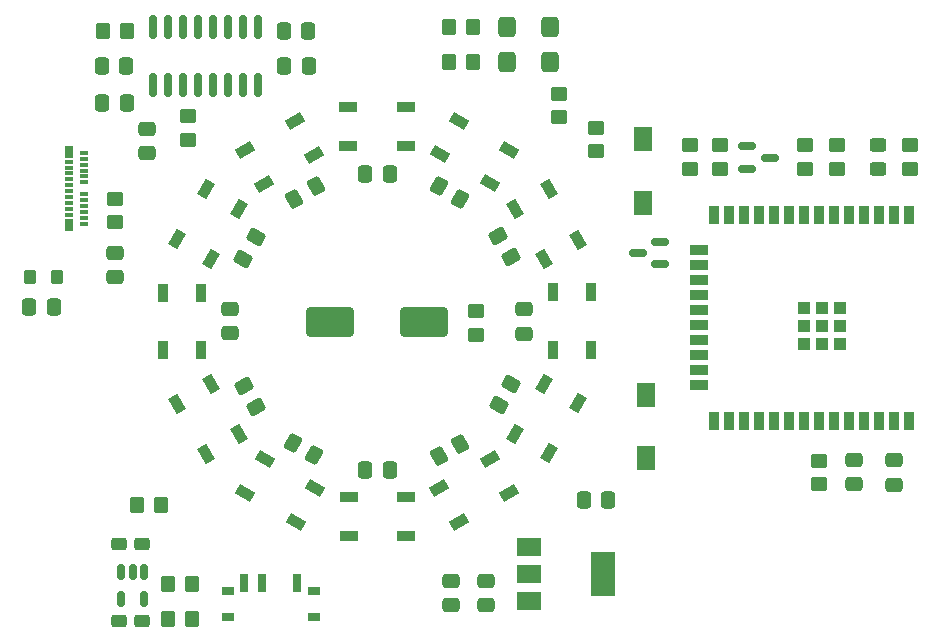
<source format=gbr>
%TF.GenerationSoftware,KiCad,Pcbnew,7.0.1*%
%TF.CreationDate,2023-03-18T00:09:11+00:00*%
%TF.ProjectId,ImogenWren,496d6f67-656e-4577-9265-6e2e6b696361,rev?*%
%TF.SameCoordinates,Original*%
%TF.FileFunction,Paste,Bot*%
%TF.FilePolarity,Positive*%
%FSLAX46Y46*%
G04 Gerber Fmt 4.6, Leading zero omitted, Abs format (unit mm)*
G04 Created by KiCad (PCBNEW 7.0.1) date 2023-03-18 00:09:11*
%MOMM*%
%LPD*%
G01*
G04 APERTURE LIST*
G04 Aperture macros list*
%AMRoundRect*
0 Rectangle with rounded corners*
0 $1 Rounding radius*
0 $2 $3 $4 $5 $6 $7 $8 $9 X,Y pos of 4 corners*
0 Add a 4 corners polygon primitive as box body*
4,1,4,$2,$3,$4,$5,$6,$7,$8,$9,$2,$3,0*
0 Add four circle primitives for the rounded corners*
1,1,$1+$1,$2,$3*
1,1,$1+$1,$4,$5*
1,1,$1+$1,$6,$7*
1,1,$1+$1,$8,$9*
0 Add four rect primitives between the rounded corners*
20,1,$1+$1,$2,$3,$4,$5,0*
20,1,$1+$1,$4,$5,$6,$7,0*
20,1,$1+$1,$6,$7,$8,$9,0*
20,1,$1+$1,$8,$9,$2,$3,0*%
%AMRotRect*
0 Rectangle, with rotation*
0 The origin of the aperture is its center*
0 $1 length*
0 $2 width*
0 $3 Rotation angle, in degrees counterclockwise*
0 Add horizontal line*
21,1,$1,$2,0,0,$3*%
G04 Aperture macros list end*
%ADD10R,0.700000X0.300000*%
%ADD11R,0.700000X1.000000*%
%ADD12RoundRect,0.250000X-0.475000X0.337500X-0.475000X-0.337500X0.475000X-0.337500X0.475000X0.337500X0*%
%ADD13R,1.500000X0.900000*%
%ADD14RoundRect,0.250000X0.400000X0.275000X-0.400000X0.275000X-0.400000X-0.275000X0.400000X-0.275000X0*%
%ADD15RoundRect,0.250000X-0.275000X-0.350000X0.275000X-0.350000X0.275000X0.350000X-0.275000X0.350000X0*%
%ADD16RoundRect,0.250000X-0.450000X0.325000X-0.450000X-0.325000X0.450000X-0.325000X0.450000X0.325000X0*%
%ADD17RoundRect,0.250000X-0.337500X-0.475000X0.337500X-0.475000X0.337500X0.475000X-0.337500X0.475000X0*%
%ADD18RoundRect,0.150000X0.150000X-0.825000X0.150000X0.825000X-0.150000X0.825000X-0.150000X-0.825000X0*%
%ADD19RotRect,1.500000X0.900000X150.000000*%
%ADD20RoundRect,0.250000X0.054784X0.580112X-0.529784X0.242612X-0.054784X-0.580112X0.529784X-0.242612X0*%
%ADD21R,0.900000X1.500000*%
%ADD22R,1.050000X1.050000*%
%ADD23RoundRect,0.250000X-0.350000X-0.450000X0.350000X-0.450000X0.350000X0.450000X-0.350000X0.450000X0*%
%ADD24RoundRect,0.250000X0.350000X0.450000X-0.350000X0.450000X-0.350000X-0.450000X0.350000X-0.450000X0*%
%ADD25RoundRect,0.250000X0.580112X-0.054784X0.242612X0.529784X-0.580112X0.054784X-0.242612X-0.529784X0*%
%ADD26RoundRect,0.284615X0.455385X0.565385X-0.455385X0.565385X-0.455385X-0.565385X0.455385X-0.565385X0*%
%ADD27RoundRect,0.286538X0.458462X0.563462X-0.458462X0.563462X-0.458462X-0.563462X0.458462X-0.563462X0*%
%ADD28RoundRect,0.250000X-0.450000X0.350000X-0.450000X-0.350000X0.450000X-0.350000X0.450000X0.350000X0*%
%ADD29RoundRect,0.250000X-0.580112X0.054784X-0.242612X-0.529784X0.580112X-0.054784X0.242612X0.529784X0*%
%ADD30RoundRect,0.250000X0.337500X0.475000X-0.337500X0.475000X-0.337500X-0.475000X0.337500X-0.475000X0*%
%ADD31RotRect,1.500000X0.900000X120.000000*%
%ADD32RotRect,1.500000X0.900000X60.000000*%
%ADD33RotRect,1.500000X0.900000X300.000000*%
%ADD34R,2.000000X1.500000*%
%ADD35R,2.000000X3.800000*%
%ADD36RoundRect,0.250000X0.529784X0.242612X-0.054784X0.580112X-0.529784X-0.242612X0.054784X-0.580112X0*%
%ADD37RoundRect,0.250000X0.450000X-0.350000X0.450000X0.350000X-0.450000X0.350000X-0.450000X-0.350000X0*%
%ADD38RoundRect,0.250000X-0.529784X-0.242612X0.054784X-0.580112X0.529784X0.242612X-0.054784X0.580112X0*%
%ADD39RoundRect,0.250000X-1.750000X-1.000000X1.750000X-1.000000X1.750000X1.000000X-1.750000X1.000000X0*%
%ADD40RoundRect,0.150000X-0.587500X-0.150000X0.587500X-0.150000X0.587500X0.150000X-0.587500X0.150000X0*%
%ADD41R,1.000000X0.800000*%
%ADD42R,0.700000X1.500000*%
%ADD43RotRect,1.500000X0.900000X210.000000*%
%ADD44RotRect,1.500000X0.900000X30.000000*%
%ADD45RotRect,1.500000X0.900000X330.000000*%
%ADD46RoundRect,0.250000X0.242612X-0.529784X0.580112X0.054784X-0.242612X0.529784X-0.580112X-0.054784X0*%
%ADD47R,1.600000X2.000000*%
%ADD48RoundRect,0.250000X-0.054784X-0.580112X0.529784X-0.242612X0.054784X0.580112X-0.529784X0.242612X0*%
%ADD49RotRect,1.500000X0.900000X240.000000*%
%ADD50RoundRect,0.150000X0.587500X0.150000X-0.587500X0.150000X-0.587500X-0.150000X0.587500X-0.150000X0*%
%ADD51RoundRect,0.250000X-0.242612X0.529784X-0.580112X-0.054784X0.242612X-0.529784X0.580112X0.054784X0*%
%ADD52RoundRect,0.250000X0.475000X-0.337500X0.475000X0.337500X-0.475000X0.337500X-0.475000X-0.337500X0*%
%ADD53RoundRect,0.150000X-0.150000X0.512500X-0.150000X-0.512500X0.150000X-0.512500X0.150000X0.512500X0*%
G04 APERTURE END LIST*
D10*
%TO.C,J8*%
X119510000Y-86420000D03*
X119510000Y-85920000D03*
X119510000Y-85420000D03*
X119510000Y-84920000D03*
X119510000Y-84420000D03*
X119510000Y-83920000D03*
X119510000Y-82920000D03*
X119510000Y-82420000D03*
X119510000Y-81920000D03*
X119510000Y-81420000D03*
X119510000Y-80920000D03*
X119510000Y-80420000D03*
D11*
X118210000Y-80320000D03*
D10*
X118210000Y-81170000D03*
X118210000Y-81670000D03*
X118210000Y-82170000D03*
X118210000Y-82670000D03*
X118210000Y-83170000D03*
X118210000Y-83670000D03*
X118210000Y-84170000D03*
X118210000Y-84670000D03*
X118210000Y-85170000D03*
X118210000Y-85670000D03*
D11*
X118210000Y-86520000D03*
%TD*%
D12*
%TO.C,C5*%
X188100000Y-106450000D03*
X188100000Y-108525000D03*
%TD*%
D13*
%TO.C,WLED4*%
X146749000Y-76541000D03*
X146749000Y-79841000D03*
X141849000Y-79841000D03*
X141849000Y-76541000D03*
%TD*%
D14*
%TO.C,C25*%
X124400000Y-120100000D03*
X122450000Y-120100000D03*
%TD*%
D15*
%TO.C,FB1*%
X114891432Y-90933900D03*
X117191432Y-90933900D03*
%TD*%
D16*
%TO.C,D1*%
X186700000Y-79730000D03*
X186700000Y-81780000D03*
%TD*%
D17*
%TO.C,C9*%
X121000000Y-73100000D03*
X123075000Y-73100000D03*
%TD*%
D18*
%TO.C,U4*%
X134210000Y-74700000D03*
X132940000Y-74700000D03*
X131670000Y-74700000D03*
X130400000Y-74700000D03*
X129130000Y-74700000D03*
X127860000Y-74700000D03*
X126590000Y-74700000D03*
X125320000Y-74700000D03*
X125320000Y-69750000D03*
X126590000Y-69750000D03*
X127860000Y-69750000D03*
X129130000Y-69750000D03*
X130400000Y-69750000D03*
X131670000Y-69750000D03*
X132940000Y-69750000D03*
X134210000Y-69750000D03*
%TD*%
D19*
%TO.C,WLED3*%
X155490496Y-80139840D03*
X153840496Y-82997724D03*
X149596972Y-80547724D03*
X151246972Y-77689840D03*
%TD*%
D20*
%TO.C,C17*%
X139093000Y-83270000D03*
X137295998Y-84307500D03*
%TD*%
D21*
%TO.C,U3*%
X189335000Y-103150000D03*
X188065000Y-103150000D03*
X186795000Y-103150000D03*
X185525000Y-103150000D03*
X184255000Y-103150000D03*
X182985000Y-103150000D03*
X181715000Y-103150000D03*
X180445000Y-103150000D03*
X179175000Y-103150000D03*
X177905000Y-103150000D03*
X176635000Y-103150000D03*
X175365000Y-103150000D03*
X174095000Y-103150000D03*
X172825000Y-103150000D03*
D13*
X171575000Y-100110000D03*
X171575000Y-98840000D03*
X171575000Y-97570000D03*
X171575000Y-96300000D03*
X171575000Y-95030000D03*
X171575000Y-93760000D03*
X171575000Y-92490000D03*
X171575000Y-91220000D03*
X171575000Y-89950000D03*
X171575000Y-88680000D03*
D21*
X172825000Y-85650000D03*
X174095000Y-85650000D03*
X175365000Y-85650000D03*
X176635000Y-85650000D03*
X177905000Y-85650000D03*
X179175000Y-85650000D03*
X180445000Y-85650000D03*
X181715000Y-85650000D03*
X182985000Y-85650000D03*
X184255000Y-85650000D03*
X185525000Y-85650000D03*
X186795000Y-85650000D03*
X188065000Y-85650000D03*
X189335000Y-85650000D03*
D22*
X180470000Y-96605000D03*
X181995000Y-96605000D03*
X183520000Y-96605000D03*
X180470000Y-95080000D03*
X181995000Y-95080000D03*
X183520000Y-95080000D03*
X180470000Y-93555000D03*
X181995000Y-93555000D03*
X183520000Y-93555000D03*
%TD*%
D23*
%TO.C,R2*%
X126600000Y-116900000D03*
X128600000Y-116900000D03*
%TD*%
D17*
%TO.C,C22*%
X143284000Y-107273000D03*
X145359000Y-107273000D03*
%TD*%
D24*
%TO.C,R5*%
X123100000Y-70100000D03*
X121100000Y-70100000D03*
%TD*%
D25*
%TO.C,C14*%
X155603000Y-89239000D03*
X154565500Y-87441998D03*
%TD*%
D14*
%TO.C,C26*%
X124400000Y-113500000D03*
X122450000Y-113500000D03*
%TD*%
D26*
%TO.C,D2*%
X158985000Y-72700000D03*
D27*
X155300000Y-72700000D03*
%TD*%
D28*
%TO.C,R10*%
X170800000Y-79800000D03*
X170800000Y-81800000D03*
%TD*%
D29*
%TO.C,C20*%
X132997000Y-100161000D03*
X134034500Y-101958002D03*
%TD*%
D30*
%TO.C,C10*%
X116937500Y-93500000D03*
X114862500Y-93500000D03*
%TD*%
D31*
%TO.C,WLED2*%
X161291884Y-87768524D03*
X158434000Y-89418524D03*
X155984000Y-85175000D03*
X158841884Y-83525000D03*
%TD*%
D32*
%TO.C,WLED12*%
X158841884Y-105875000D03*
X155984000Y-104225000D03*
X158434000Y-99981476D03*
X161291884Y-101631476D03*
%TD*%
D30*
%TO.C,C3*%
X163875000Y-109800000D03*
X161800000Y-109800000D03*
%TD*%
D28*
%TO.C,R17*%
X181700000Y-106500000D03*
X181700000Y-108500000D03*
%TD*%
D12*
%TO.C,C2*%
X153500000Y-116645000D03*
X153500000Y-118720000D03*
%TD*%
D26*
%TO.C,D3*%
X158985000Y-69800000D03*
D27*
X155300000Y-69800000D03*
%TD*%
D12*
%TO.C,C1*%
X150590000Y-116645000D03*
X150590000Y-118720000D03*
%TD*%
D17*
%TO.C,C8*%
X121025000Y-76200000D03*
X123100000Y-76200000D03*
%TD*%
D33*
%TO.C,WLED8*%
X127343745Y-101658238D03*
X130201629Y-100008238D03*
X132651629Y-104251762D03*
X129793745Y-105901762D03*
%TD*%
D28*
%TO.C,R12*%
X122100000Y-84300000D03*
X122100000Y-86300000D03*
%TD*%
D34*
%TO.C,U2*%
X157150000Y-118400000D03*
X157150000Y-116100000D03*
D35*
X163450000Y-116100000D03*
D34*
X157150000Y-113800000D03*
%TD*%
D12*
%TO.C,C19*%
X131854000Y-93641000D03*
X131854000Y-95716000D03*
%TD*%
D36*
%TO.C,C15*%
X151304002Y-84307500D03*
X149507000Y-83270000D03*
%TD*%
D12*
%TO.C,C4*%
X184700000Y-106400000D03*
X184700000Y-108475000D03*
%TD*%
D37*
%TO.C,R8*%
X180500000Y-81800000D03*
X180500000Y-79800000D03*
%TD*%
D38*
%TO.C,C21*%
X137168998Y-104965500D03*
X138966000Y-106003000D03*
%TD*%
D39*
%TO.C,EC1*%
X140310000Y-94720000D03*
X148310000Y-94720000D03*
%TD*%
D23*
%TO.C,R15*%
X150400000Y-69800000D03*
X152400000Y-69800000D03*
%TD*%
D40*
%TO.C,Q2*%
X175662500Y-81783000D03*
X175662500Y-79883000D03*
X177537500Y-80833000D03*
%TD*%
D41*
%TO.C,SW1*%
X138950000Y-119730000D03*
X138950000Y-117520000D03*
X131650000Y-119730000D03*
X131650000Y-117520000D03*
D42*
X137550000Y-116870000D03*
X134550000Y-116870000D03*
X133050000Y-116870000D03*
%TD*%
D28*
%TO.C,R13*%
X162800000Y-78300000D03*
X162800000Y-80300000D03*
%TD*%
D23*
%TO.C,R3*%
X124020000Y-110220000D03*
X126020000Y-110220000D03*
%TD*%
D43*
%TO.C,WLED5*%
X137347044Y-77734102D03*
X138997044Y-80591986D03*
X134753520Y-83041986D03*
X133103520Y-80184102D03*
%TD*%
D44*
%TO.C,WLED11*%
X151232476Y-111654884D03*
X149582476Y-108797000D03*
X153826000Y-106347000D03*
X155476000Y-109204884D03*
%TD*%
D21*
%TO.C,WLED7*%
X126139000Y-92250000D03*
X129439000Y-92250000D03*
X129439000Y-97150000D03*
X126139000Y-97150000D03*
%TD*%
D45*
%TO.C,WLED9*%
X133159830Y-109209865D03*
X134809830Y-106351981D03*
X139053354Y-108801981D03*
X137403354Y-111659865D03*
%TD*%
D23*
%TO.C,R16*%
X150400000Y-72700000D03*
X152400000Y-72700000D03*
%TD*%
D46*
%TO.C,C24*%
X154587000Y-101812000D03*
X155624500Y-100014998D03*
%TD*%
D47*
%TO.C,SW3*%
X167050000Y-106300000D03*
X167050000Y-100900000D03*
%TD*%
D48*
%TO.C,C23*%
X149507000Y-106130000D03*
X151304002Y-105092500D03*
%TD*%
D49*
%TO.C,WLED6*%
X129795116Y-83508991D03*
X132653000Y-85158991D03*
X130203000Y-89402515D03*
X127345116Y-87752515D03*
%TD*%
D23*
%TO.C,R1*%
X126600000Y-119900000D03*
X128600000Y-119900000D03*
%TD*%
D47*
%TO.C,SW2*%
X166800000Y-84650000D03*
X166800000Y-79250000D03*
%TD*%
D50*
%TO.C,Q1*%
X168245000Y-87950000D03*
X168245000Y-89850000D03*
X166370000Y-88900000D03*
%TD*%
D51*
%TO.C,C18*%
X134023750Y-87578499D03*
X132986250Y-89375501D03*
%TD*%
D37*
%TO.C,R6*%
X152710000Y-95820000D03*
X152710000Y-93820000D03*
%TD*%
D17*
%TO.C,C6*%
X136400000Y-70100000D03*
X138475000Y-70100000D03*
%TD*%
D52*
%TO.C,C13*%
X156746000Y-95737500D03*
X156746000Y-93662500D03*
%TD*%
D21*
%TO.C,WLED1*%
X162459000Y-97113000D03*
X159159000Y-97113000D03*
X159159000Y-92213000D03*
X162459000Y-92213000D03*
%TD*%
D17*
%TO.C,C7*%
X136450000Y-73050000D03*
X138525000Y-73050000D03*
%TD*%
D52*
%TO.C,C11*%
X124800000Y-80437500D03*
X124800000Y-78362500D03*
%TD*%
D28*
%TO.C,R7*%
X189400000Y-79756000D03*
X189400000Y-81756000D03*
%TD*%
D30*
%TO.C,C16*%
X145359000Y-82254000D03*
X143284000Y-82254000D03*
%TD*%
D52*
%TO.C,C12*%
X122100000Y-90937500D03*
X122100000Y-88862500D03*
%TD*%
D13*
%TO.C,WLED10*%
X141887000Y-112859000D03*
X141887000Y-109559000D03*
X146787000Y-109559000D03*
X146787000Y-112859000D03*
%TD*%
D28*
%TO.C,R11*%
X173350000Y-79800000D03*
X173350000Y-81800000D03*
%TD*%
%TO.C,R14*%
X159700000Y-75400000D03*
X159700000Y-77400000D03*
%TD*%
D53*
%TO.C,U1*%
X122650000Y-115900000D03*
X123600000Y-115900000D03*
X124550000Y-115900000D03*
X124550000Y-118175000D03*
X122650000Y-118175000D03*
%TD*%
D28*
%TO.C,R4*%
X128300000Y-77300000D03*
X128300000Y-79300000D03*
%TD*%
D37*
%TO.C,R9*%
X183261000Y-81788000D03*
X183261000Y-79788000D03*
%TD*%
M02*

</source>
